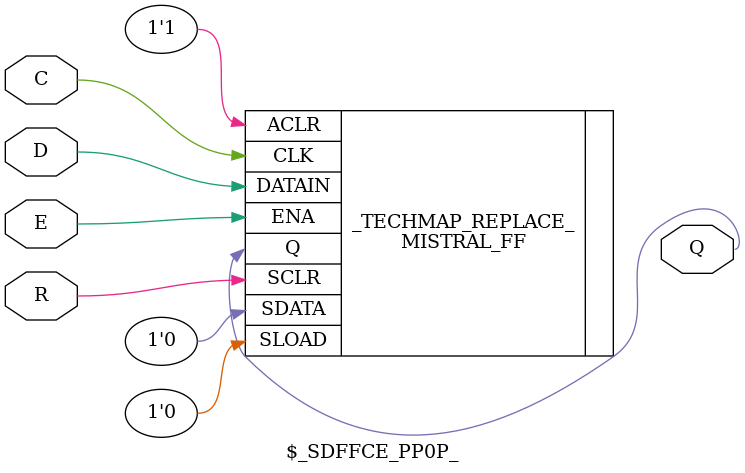
<source format=v>
`default_nettype none

module \$_DFFE_PN0P_ (input D, C, R, E, output Q);
    wire _TECHMAP_REMOVEINIT_Q_ = 1'b1;
    MISTRAL_FF _TECHMAP_REPLACE_(.DATAIN(D), .CLK(C), .ACLR(R), .ENA(E), .SCLR(1'b0), .SLOAD(1'b0), .SDATA(1'b0), .Q(Q));
endmodule

// D flip-flop with sync reset and enable (enable has priority)
module \$_SDFFCE_PP0P_ (input D, C, R, E, output Q);
    wire _TECHMAP_REMOVEINIT_Q_ = 1'b1;
    MISTRAL_FF _TECHMAP_REPLACE_(.DATAIN(D), .CLK(C), .ACLR(1'b1), .ENA(E), .SCLR(R), .SLOAD(1'b0), .SDATA(1'b0), .Q(Q));
endmodule

</source>
